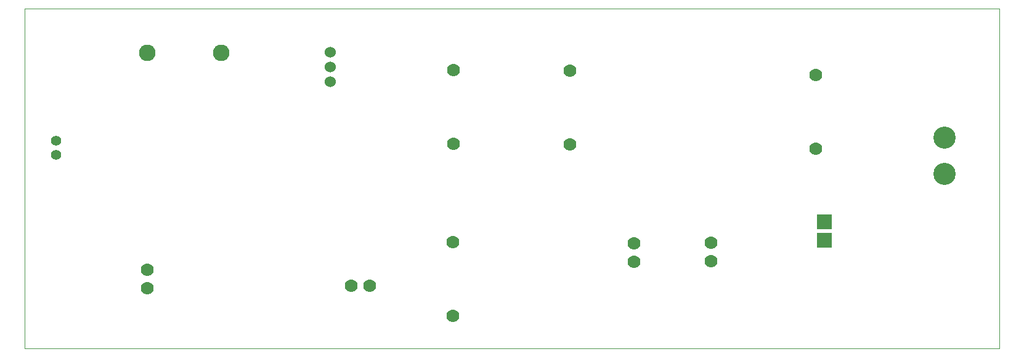
<source format=gbr>
G04 PROTEUS GERBER X2 FILE*
%TF.GenerationSoftware,Labcenter,Proteus,8.17-SP2-Build37159*%
%TF.CreationDate,2024-06-20T16:09:20+00:00*%
%TF.FileFunction,Copper,L1,Top*%
%TF.FilePolarity,Positive*%
%TF.Part,Single*%
%TF.SameCoordinates,{d690fe0b-f5ba-4302-a425-257792fcdbd5}*%
%FSLAX45Y45*%
%MOMM*%
G01*
%TA.AperFunction,ComponentPad*%
%ADD10C,1.524000*%
%TA.AperFunction,ComponentPad*%
%ADD11C,2.286000*%
%ADD12C,1.778000*%
%ADD13R,2.032000X2.032000*%
%ADD14C,3.048000*%
%TA.AperFunction,WasherPad*%
%ADD15C,1.397000*%
%TA.AperFunction,Profile*%
%ADD16C,0.101600*%
%TD.AperFunction*%
D10*
X-2350000Y+2106800D03*
X-2350000Y+2310000D03*
X-2350000Y+2513200D03*
D11*
X-4866000Y+2510000D03*
X-3850000Y+2510000D03*
D12*
X-4870000Y-481000D03*
X-4870000Y-735000D03*
X-2060000Y-700000D03*
X-1806000Y-700000D03*
X-655000Y+2270000D03*
X-655000Y+1254000D03*
X-665000Y-100000D03*
X-665000Y-1116000D03*
X+940000Y+1244000D03*
X+940000Y+2260000D03*
X+1820000Y-120000D03*
X+1820000Y-374000D03*
X+2880000Y-110000D03*
X+2880000Y-364000D03*
X+4320000Y+1190000D03*
X+4320000Y+2206000D03*
D13*
X+4440000Y-70000D03*
X+4440000Y+184000D03*
D14*
X+6090000Y+1340000D03*
X+6090000Y+839620D03*
D15*
X-6120000Y+1300000D03*
X-6120000Y+1100000D03*
D16*
X-6550000Y-1560000D02*
X+6840000Y-1560000D01*
X+6840000Y+3120000D01*
X-6550000Y+3120000D01*
X-6550000Y-1560000D01*
M02*

</source>
